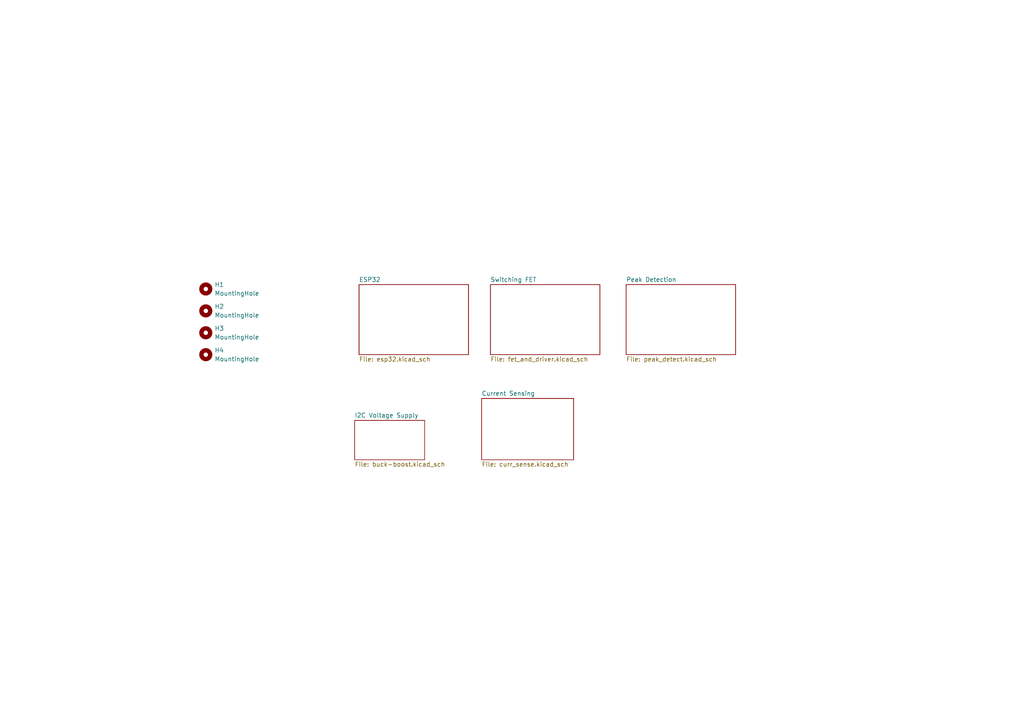
<source format=kicad_sch>
(kicad_sch (version 20250114) (generator "eeschema") (generator_version "9.0")
  (paper "A4")
  (title_block (title "LD Current Pulse Supply") (date "2023-07-13") (rev "v0.5") (company "Doug Wagner") (comment 1 "Binghamton University"))
  (lib_symbols
    (symbol "Mechanical:MountingHole" (pin_names (offset 1.016))
      (property "Reference" "H" (at 0 5.08 0))
      (property "Value" "MountingHole" (at 0 3.175 0))
      (symbol "MountingHole_0_1"
        (circle (center 0 0) (radius 1.27) (stroke (width 1.27)))
      )
    )
  )
  (symbol (lib_id "Mechanical:MountingHole") (at 59.69 102.87 0) (unit 1)
    (property "Reference" "H4" (at 62.23 101.6 0) (effects (justify left)))
    (property "Value" "MountingHole" (at 62.23 104.14 0) (effects (justify left)))
    (property "Footprint" "MountingHole:MountingHole_3.2mm_M3" (effects (hide yes)))
    (property "Description" "Mounting Hole without connection" (effects (hide yes)))
  )
  (symbol (lib_id "Mechanical:MountingHole") (at 59.69 90.17 0) (unit 1)
    (property "Reference" "H2" (at 62.23 88.9 0) (effects (justify left)))
    (property "Value" "MountingHole" (at 62.23 91.44 0) (effects (justify left)))
    (property "Footprint" "MountingHole:MountingHole_3.2mm_M3" (effects (hide yes)))
    (property "Description" "Mounting Hole without connection" (effects (hide yes)))
  )
  (symbol (lib_id "Mechanical:MountingHole") (at 59.69 83.82 0) (unit 1)
    (property "Reference" "H1" (at 62.23 82.55 0) (effects (justify left)))
    (property "Value" "MountingHole" (at 62.23 85.09 0) (effects (justify left)))
    (property "Footprint" "MountingHole:MountingHole_3.2mm_M3" (effects (hide yes)))
    (property "Description" "Mounting Hole without connection" (effects (hide yes)))
  )
  (symbol (lib_id "Mechanical:MountingHole") (at 59.69 96.52 0) (unit 1)
    (property "Reference" "H3" (at 62.23 95.25 0) (effects (justify left)))
    (property "Value" "MountingHole" (at 62.23 97.79 0) (effects (justify left)))
    (property "Footprint" "MountingHole:MountingHole_3.2mm_M3" (effects (hide yes)))
    (property "Description" "Mounting Hole without connection" (effects (hide yes)))
  )
  (sheet (at 142.24 82.55) (size 31.75 20.32) (stroke (width 0.1524))
    (property "Sheetname" "Switching FET" (at 142.24 81.8384 0) (effects (justify left bottom)))
    (property "Sheetfile" "fet_and_driver.kicad_sch" (at 142.24 103.4546 0) (effects (justify left top)))
  )
  (sheet (at 181.61 82.55) (size 31.75 20.32) (stroke (width 0.1524))
    (property "Sheetname" "Peak Detection" (at 181.61 81.8384 0) (effects (justify left bottom)))
    (property "Sheetfile" "peak_detect.kicad_sch" (at 181.61 103.4546 0) (effects (justify left top)))
  )
  (sheet (at 104.14 82.55) (size 31.75 20.32) (stroke (width 0.1524))
    (property "Sheetname" "ESP32" (at 104.14 81.8384 0) (effects (justify left bottom)))
    (property "Sheetfile" "esp32.kicad_sch" (at 104.14 103.4546 0) (effects (justify left top)))
  )
  (sheet (at 139.7 115.57) (size 26.67 17.78) (stroke (width 0.1524))
    (property "Sheetname" "Current Sensing" (at 139.7 114.8584 0) (effects (justify left bottom)))
    (property "Sheetfile" "curr_sense.kicad_sch" (at 139.7 133.9346 0) (effects (justify left top)))
  )
  (sheet (at 102.87 121.92) (size 20.32 11.43) (stroke (width 0.1524))
    (property "Sheetname" "I2C Voltage Supply" (at 102.87 121.2084 0) (effects (justify left bottom)))
    (property "Sheetfile" "buck-boost.kicad_sch" (at 102.87 133.9346 0) (effects (justify left top)))
  )
)
</source>
